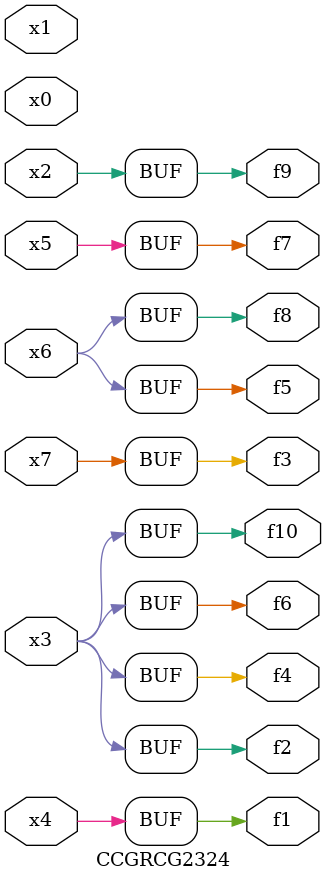
<source format=v>
module CCGRCG2324(
	input x0, x1, x2, x3, x4, x5, x6, x7,
	output f1, f2, f3, f4, f5, f6, f7, f8, f9, f10
);
	assign f1 = x4;
	assign f2 = x3;
	assign f3 = x7;
	assign f4 = x3;
	assign f5 = x6;
	assign f6 = x3;
	assign f7 = x5;
	assign f8 = x6;
	assign f9 = x2;
	assign f10 = x3;
endmodule

</source>
